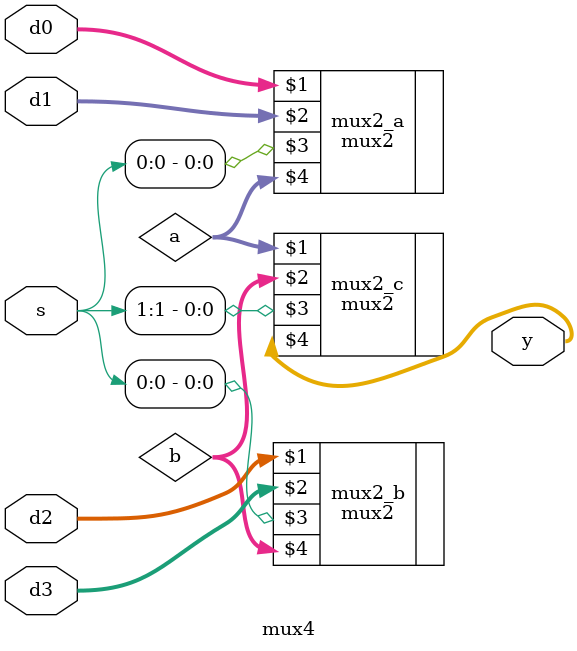
<source format=sv>
module mux4 #(parameter WIDTH = 8)
				(input logic [WIDTH-1:0] d0,d1,d2,d3,
				 input logic [1:0] s,
				 output logic [WIDTH-1:0] y);
		logic [WIDTH-1:0] a,b;
		mux2 #(WIDTH) mux2_a(d0,d1,s[0],a);
		mux2 #(WIDTH) mux2_b(d2,d3,s[0],b);
		mux2 #(WIDTH) mux2_c(a,b,s[1],y);
endmodule
</source>
